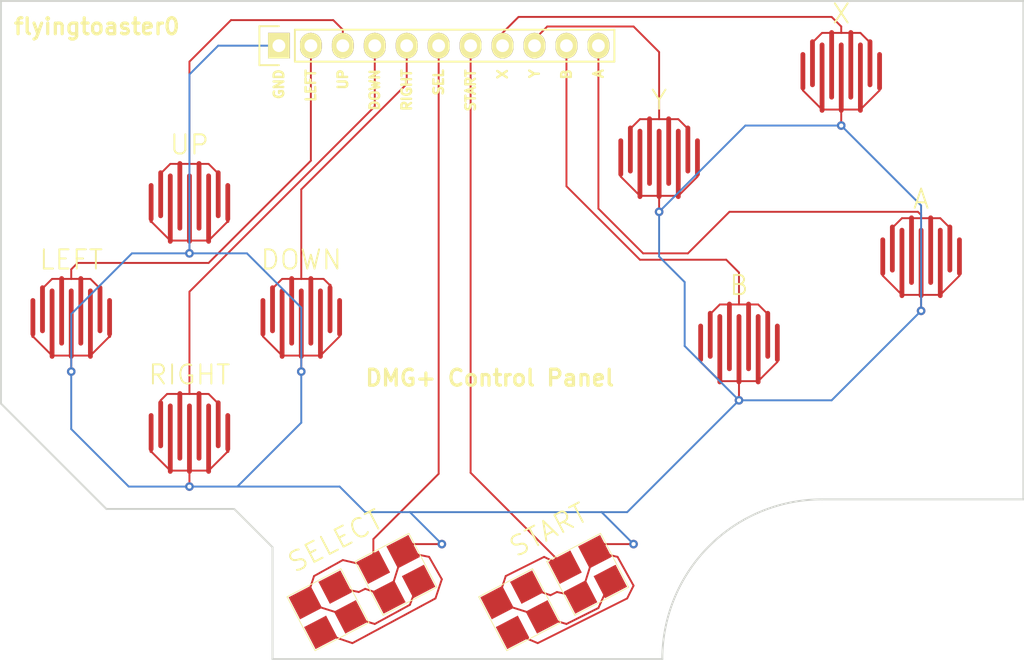
<source format=kicad_pcb>
(kicad_pcb (version 20171130) (host pcbnew "(5.1.12)-1")

  (general
    (thickness 1.6)
    (drawings 23)
    (tracks 228)
    (zones 0)
    (modules 22)
    (nets 12)
  )

  (page A4)
  (layers
    (0 F.Cu signal)
    (31 B.Cu signal)
    (32 B.Adhes user hide)
    (33 F.Adhes user hide)
    (34 B.Paste user hide)
    (35 F.Paste user hide)
    (36 B.SilkS user hide)
    (37 F.SilkS user hide)
    (38 B.Mask user hide)
    (39 F.Mask user hide)
    (40 Dwgs.User user hide)
    (41 Cmts.User user hide)
    (42 Eco1.User user hide)
    (43 Eco2.User user hide)
    (44 Edge.Cuts user)
    (45 Margin user hide)
    (46 B.CrtYd user hide)
    (47 F.CrtYd user hide)
    (48 B.Fab user hide)
    (49 F.Fab user hide)
  )

  (setup
    (last_trace_width 0.1524)
    (trace_clearance 0.1524)
    (zone_clearance 0.508)
    (zone_45_only no)
    (trace_min 0.1524)
    (via_size 0.6858)
    (via_drill 0.3302)
    (via_min_size 0.6858)
    (via_min_drill 0.3302)
    (uvia_size 0.762)
    (uvia_drill 0.508)
    (uvias_allowed no)
    (uvia_min_size 0)
    (uvia_min_drill 0)
    (edge_width 0.15)
    (segment_width 0.15)
    (pcb_text_width 0.3)
    (pcb_text_size 1.5 1.5)
    (mod_edge_width 0.15)
    (mod_text_size 1 1)
    (mod_text_width 0.15)
    (pad_size 2.54 2.54)
    (pad_drill 2.54)
    (pad_to_mask_clearance 0.2)
    (aux_axis_origin 0 0)
    (visible_elements 7FFFFFFF)
    (pcbplotparams
      (layerselection 0x00030_80000001)
      (usegerberextensions false)
      (usegerberattributes true)
      (usegerberadvancedattributes true)
      (creategerberjobfile true)
      (excludeedgelayer true)
      (linewidth 0.100000)
      (plotframeref false)
      (viasonmask false)
      (mode 1)
      (useauxorigin false)
      (hpglpennumber 1)
      (hpglpenspeed 20)
      (hpglpendiameter 15.000000)
      (psnegative false)
      (psa4output false)
      (plotreference true)
      (plotvalue true)
      (plotinvisibletext false)
      (padsonsilk false)
      (subtractmaskfromsilk false)
      (outputformat 1)
      (mirror false)
      (drillshape 1)
      (scaleselection 1)
      (outputdirectory ""))
  )

  (net 0 "")
  (net 1 GND)
  (net 2 "Net-(P1-Pad2)")
  (net 3 "Net-(P1-Pad3)")
  (net 4 "Net-(P1-Pad4)")
  (net 5 "Net-(P1-Pad5)")
  (net 6 "Net-(P1-Pad6)")
  (net 7 "Net-(P1-Pad7)")
  (net 8 "Net-(P1-Pad8)")
  (net 9 "Net-(P1-Pad9)")
  (net 10 "Net-(P1-Pad10)")
  (net 11 "Net-(P1-Pad11)")

  (net_class Default "This is the default net class."
    (clearance 0.1524)
    (trace_width 0.1524)
    (via_dia 0.6858)
    (via_drill 0.3302)
    (uvia_dia 0.762)
    (uvia_drill 0.508)
    (add_net GND)
    (add_net "Net-(P1-Pad10)")
    (add_net "Net-(P1-Pad11)")
    (add_net "Net-(P1-Pad2)")
    (add_net "Net-(P1-Pad3)")
    (add_net "Net-(P1-Pad4)")
    (add_net "Net-(P1-Pad5)")
    (add_net "Net-(P1-Pad6)")
    (add_net "Net-(P1-Pad7)")
    (add_net "Net-(P1-Pad8)")
    (add_net "Net-(P1-Pad9)")
  )

  (net_class Button ""
    (clearance 0.1524)
    (trace_width 0.1524)
    (via_dia 0.6858)
    (via_drill 0.3302)
    (uvia_dia 0.762)
    (uvia_drill 0.508)
  )

  (module MountingHole:1pin (layer F.Cu) (tedit 58613F52) (tstamp 58644BF5)
    (at 194.31 110.49)
    (descr "module 1 pin (ou trou mecanique de percage)")
    (tags DEV)
    (fp_text reference REF** (at 0 -3.048) (layer F.SilkS) hide
      (effects (font (size 1 1) (thickness 0.15)))
    )
    (fp_text value 1pin (at 0 2.794) (layer F.Fab) hide
      (effects (font (size 1 1) (thickness 0.15)))
    )
    (pad "" np_thru_hole circle (at 0 0) (size 4.572 4.572) (drill 4.572) (layers *.Cu *.Mask)
      (zone_connect 0))
  )

  (module MountingHole:1pin (layer F.Cu) (tedit 58613EA3) (tstamp 58644BE2)
    (at 205.486 107.442)
    (descr "module 1 pin (ou trou mecanique de percage)")
    (tags DEV)
    (fp_text reference REF** (at 0 -3.048) (layer F.SilkS) hide
      (effects (font (size 1 1) (thickness 0.15)))
    )
    (fp_text value 1pin (at 0 2.794) (layer F.Fab) hide
      (effects (font (size 1 1) (thickness 0.15)))
    )
    (pad "" np_thru_hole circle (at 0 0) (size 2.54 2.54) (drill 2.54) (layers *.Cu *.Mask)
      (zone_connect 0))
  )

  (module MountingHole:1pin (layer F.Cu) (tedit 58613EA3) (tstamp 58644BBB)
    (at 178.562 98.552)
    (descr "module 1 pin (ou trou mecanique de percage)")
    (tags DEV)
    (fp_text reference REF** (at 0 -3.048) (layer F.SilkS) hide
      (effects (font (size 1 1) (thickness 0.15)))
    )
    (fp_text value 1pin (at 0 2.794) (layer F.Fab) hide
      (effects (font (size 1 1) (thickness 0.15)))
    )
    (pad "" np_thru_hole circle (at 0 0) (size 2.54 2.54) (drill 2.54) (layers *.Cu *.Mask)
      (zone_connect 0))
  )

  (module MountingHole:1pin (layer F.Cu) (tedit 5861BA03) (tstamp 58644BB5)
    (at 205.486 89.662)
    (descr "module 1 pin (ou trou mecanique de percage)")
    (tags DEV)
    (fp_text reference REF** (at 0 -3.048) (layer F.SilkS) hide
      (effects (font (size 1 1) (thickness 0.15)))
    )
    (fp_text value 1pin (at 0 2.794) (layer F.Fab) hide
      (effects (font (size 1 1) (thickness 0.15)))
    )
    (pad "" np_thru_hole circle (at 0 -5.08) (size 2.54 2.54) (drill 2.54) (layers *.Cu *.Mask)
      (zone_connect 0))
  )

  (module MountingHole:1pin (layer F.Cu) (tedit 58613EA3) (tstamp 58644BAF)
    (at 206.756 98.552)
    (descr "module 1 pin (ou trou mecanique de percage)")
    (tags DEV)
    (fp_text reference REF** (at 0 -3.048) (layer F.SilkS) hide
      (effects (font (size 1 1) (thickness 0.15)))
    )
    (fp_text value 1pin (at 0 2.794) (layer F.Fab) hide
      (effects (font (size 1 1) (thickness 0.15)))
    )
    (pad "" np_thru_hole circle (at 0 0) (size 2.54 2.54) (drill 2.54) (layers *.Cu *.Mask)
      (zone_connect 0))
  )

  (module MountingHole:1pin (layer F.Cu) (tedit 58613EA3) (tstamp 58644B82)
    (at 152.146 110.236)
    (descr "module 1 pin (ou trou mecanique de percage)")
    (tags DEV)
    (fp_text reference REF** (at 0 -3.048) (layer F.SilkS) hide
      (effects (font (size 1 1) (thickness 0.15)))
    )
    (fp_text value 1pin (at 0 2.794) (layer F.Fab) hide
      (effects (font (size 1 1) (thickness 0.15)))
    )
    (pad "" np_thru_hole circle (at 0 0) (size 2.54 2.54) (drill 2.54) (layers *.Cu *.Mask)
      (zone_connect 0))
  )

  (module MountingHole:1pin (layer F.Cu) (tedit 58613EA3) (tstamp 58644B7C)
    (at 165.1 117.602)
    (descr "module 1 pin (ou trou mecanique de percage)")
    (tags DEV)
    (fp_text reference REF** (at 0 -3.048) (layer F.SilkS) hide
      (effects (font (size 1 1) (thickness 0.15)))
    )
    (fp_text value 1pin (at 0 2.794) (layer F.Fab) hide
      (effects (font (size 1 1) (thickness 0.15)))
    )
    (pad "" np_thru_hole circle (at 0 0) (size 2.54 2.54) (drill 2.54) (layers *.Cu *.Mask)
      (zone_connect 0))
  )

  (module MountingHole:1pin (layer F.Cu) (tedit 58613EA3) (tstamp 58644B76)
    (at 156.972 112.776)
    (descr "module 1 pin (ou trou mecanique de percage)")
    (tags DEV)
    (fp_text reference REF** (at 0 -3.048) (layer F.SilkS) hide
      (effects (font (size 1 1) (thickness 0.15)))
    )
    (fp_text value 1pin (at 0 2.794) (layer F.Fab) hide
      (effects (font (size 1 1) (thickness 0.15)))
    )
    (pad "" np_thru_hole circle (at 0 0) (size 2.54 2.54) (drill 2.54) (layers *.Cu *.Mask)
      (zone_connect 0))
  )

  (module MountingHole:1pin (layer F.Cu) (tedit 58613EA3) (tstamp 58644B70)
    (at 157.48 90.424)
    (descr "module 1 pin (ou trou mecanique de percage)")
    (tags DEV)
    (fp_text reference REF** (at 0 -3.048) (layer F.SilkS) hide
      (effects (font (size 1 1) (thickness 0.15)))
    )
    (fp_text value 1pin (at 0 2.794) (layer F.Fab) hide
      (effects (font (size 1 1) (thickness 0.15)))
    )
    (pad "" np_thru_hole circle (at 0 0) (size 2.54 2.54) (drill 2.54) (layers *.Cu *.Mask)
      (zone_connect 0))
  )

  (module MountingHole:1pin (layer F.Cu) (tedit 58613EA3) (tstamp 58644B63)
    (at 131.064 89.408)
    (descr "module 1 pin (ou trou mecanique de percage)")
    (tags DEV)
    (fp_text reference REF** (at 0 -3.048) (layer F.SilkS) hide
      (effects (font (size 1 1) (thickness 0.15)))
    )
    (fp_text value 1pin (at 0 2.794) (layer F.Fab) hide
      (effects (font (size 1 1) (thickness 0.15)))
    )
    (pad "" np_thru_hole circle (at 0 0) (size 2.54 2.54) (drill 2.54) (layers *.Cu *.Mask)
      (zone_connect 0))
  )

  (module MountingHole:1pin (layer F.Cu) (tedit 58613EA3) (tstamp 58644AEB)
    (at 129.54 83.82)
    (descr "module 1 pin (ou trou mecanique de percage)")
    (tags DEV)
    (fp_text reference REF** (at 0 -3.048) (layer F.SilkS) hide
      (effects (font (size 1 1) (thickness 0.15)))
    )
    (fp_text value 1pin (at 0 2.794) (layer F.Fab) hide
      (effects (font (size 1 1) (thickness 0.15)))
    )
    (pad "" np_thru_hole circle (at 0 0) (size 2.54 2.54) (drill 2.54) (layers *.Cu *.Mask)
      (zone_connect 0))
  )

  (module Socket_Strips:Socket_Strip_Straight_1x11 (layer F.Cu) (tedit 5861EA5E) (tstamp 5861B1FF)
    (at 149.098 78.232)
    (descr "Through hole socket strip")
    (tags "socket strip")
    (path /5861477A)
    (fp_text reference P1 (at 0 -5.1) (layer F.SilkS) hide
      (effects (font (size 1 1) (thickness 0.15)))
    )
    (fp_text value CONN_01X11 (at 0 -3.1) (layer F.Fab) hide
      (effects (font (size 1 1) (thickness 0.15)))
    )
    (fp_line (start -1.55 -1.55) (end -1.55 1.55) (layer F.SilkS) (width 0.15))
    (fp_line (start 0 -1.55) (end -1.55 -1.55) (layer F.SilkS) (width 0.15))
    (fp_line (start 1.27 1.27) (end 1.27 -1.27) (layer F.SilkS) (width 0.15))
    (fp_line (start -1.55 1.55) (end 0 1.55) (layer F.SilkS) (width 0.15))
    (fp_line (start 26.67 -1.27) (end 1.27 -1.27) (layer F.SilkS) (width 0.15))
    (fp_line (start 26.67 1.27) (end 26.67 -1.27) (layer F.SilkS) (width 0.15))
    (fp_line (start 1.27 1.27) (end 26.67 1.27) (layer F.SilkS) (width 0.15))
    (fp_line (start -1.75 1.75) (end 27.15 1.75) (layer F.CrtYd) (width 0.05))
    (fp_line (start -1.75 -1.75) (end 27.15 -1.75) (layer F.CrtYd) (width 0.05))
    (fp_line (start 27.15 -1.75) (end 27.15 1.75) (layer F.CrtYd) (width 0.05))
    (fp_line (start -1.75 -1.75) (end -1.75 1.75) (layer F.CrtYd) (width 0.05))
    (pad 1 thru_hole rect (at 0 0) (size 1.7272 2.032) (drill 1.016) (layers *.Cu *.Mask F.SilkS)
      (net 1 GND))
    (pad 2 thru_hole oval (at 2.54 0) (size 1.7272 2.032) (drill 1.016) (layers *.Cu *.Mask F.SilkS)
      (net 2 "Net-(P1-Pad2)"))
    (pad 3 thru_hole oval (at 5.08 0) (size 1.7272 2.032) (drill 1.016) (layers *.Cu *.Mask F.SilkS)
      (net 3 "Net-(P1-Pad3)"))
    (pad 4 thru_hole oval (at 7.62 0) (size 1.7272 2.032) (drill 1.016) (layers *.Cu *.Mask F.SilkS)
      (net 4 "Net-(P1-Pad4)"))
    (pad 5 thru_hole oval (at 10.16 0) (size 1.7272 2.032) (drill 1.016) (layers *.Cu *.Mask F.SilkS)
      (net 5 "Net-(P1-Pad5)"))
    (pad 6 thru_hole oval (at 12.7 0) (size 1.7272 2.032) (drill 1.016) (layers *.Cu *.Mask F.SilkS)
      (net 6 "Net-(P1-Pad6)"))
    (pad 7 thru_hole oval (at 15.24 0) (size 1.7272 2.032) (drill 1.016) (layers *.Cu *.Mask F.SilkS)
      (net 7 "Net-(P1-Pad7)"))
    (pad 8 thru_hole oval (at 17.78 0) (size 1.7272 2.032) (drill 1.016) (layers *.Cu *.Mask F.SilkS)
      (net 8 "Net-(P1-Pad8)"))
    (pad 9 thru_hole oval (at 20.32 0) (size 1.7272 2.032) (drill 1.016) (layers *.Cu *.Mask F.SilkS)
      (net 9 "Net-(P1-Pad9)"))
    (pad 10 thru_hole oval (at 22.86 0) (size 1.7272 2.032) (drill 1.016) (layers *.Cu *.Mask F.SilkS)
      (net 10 "Net-(P1-Pad10)"))
    (pad 11 thru_hole oval (at 25.4 0) (size 1.7272 2.032) (drill 1.016) (layers *.Cu *.Mask F.SilkS)
      (net 11 "Net-(P1-Pad11)"))
    (model Socket_Strips.3dshapes/Socket_Strip_Straight_1x11.wrl
      (offset (xyz 12.69999980926514 0 0))
      (scale (xyz 1 1 1))
      (rotate (xyz 0 0 180))
    )
  )

  (module GameBoy:GameBoy-DMG-BTN (layer F.Cu) (tedit 5861D5F6) (tstamp 5861B237)
    (at 141.986 90.678)
    (path /58614320)
    (attr smd)
    (fp_text reference SW2 (at 0.635 -4.445) (layer F.SilkS) hide
      (effects (font (size 1.27 1.27) (thickness 0.1016)))
    )
    (fp_text value UP (at 0 -4.572) (layer F.SilkS)
      (effects (font (size 1.524 1.524) (thickness 0.15)))
    )
    (pad 2 connect oval (at 2.286 -2.286) (size 0.381 3.81) (drill (offset 0 1.651)) (layers F.Cu F.Mask)
      (net 3 "Net-(P1-Pad3)"))
    (pad 2 connect oval (at -0.762 -3.048) (size 0.381 5.5245) (drill (offset 0 2.54)) (layers F.Cu F.Mask)
      (net 3 "Net-(P1-Pad3)"))
    (pad 1 connect oval (at -3.048 1.27) (size 0.381 3.048) (drill (offset 0 -1.27)) (layers F.Cu F.Mask)
      (net 1 GND))
    (pad 1 connect oval (at -1.524 3.048) (size 0.381 5.588) (drill (offset 0 -2.54)) (layers F.Cu F.Mask)
      (net 1 GND))
    (pad 1 connect oval (at 3.048 1.27) (size 0.381 3.048) (drill (offset 0 -1.27)) (layers F.Cu F.Mask)
      (net 1 GND))
    (pad 1 connect oval (at 1.524 3.048) (size 0.381 5.588) (drill (offset 0 -2.54)) (layers F.Cu F.Mask)
      (net 1 GND))
    (pad 1 connect oval (at 0 3.048) (size 0.381 5.588) (drill (offset 0 -2.54)) (layers F.Cu F.Mask)
      (net 1 GND))
    (pad 2 connect oval (at 0.762 -3.048) (size 0.381 5.5245) (drill (offset 0 2.54)) (layers F.Cu F.Mask)
      (net 3 "Net-(P1-Pad3)"))
    (pad 2 connect oval (at -2.286 -2.286) (size 0.381 3.81) (drill (offset 0 1.651)) (layers F.Cu F.Mask)
      (net 3 "Net-(P1-Pad3)"))
  )

  (module GameBoy:GameBoy-DMG-BTN (layer F.Cu) (tedit 5861D5F6) (tstamp 5861B21B)
    (at 132.588 99.822)
    (path /586143B6)
    (attr smd)
    (fp_text reference SW1 (at 0.635 -4.445) (layer F.SilkS) hide
      (effects (font (size 1.27 1.27) (thickness 0.1016)))
    )
    (fp_text value LEFT (at 0 -4.572) (layer F.SilkS)
      (effects (font (size 1.524 1.524) (thickness 0.15)))
    )
    (pad 2 connect oval (at 2.286 -2.286) (size 0.381 3.81) (drill (offset 0 1.651)) (layers F.Cu F.Mask)
      (net 2 "Net-(P1-Pad2)"))
    (pad 2 connect oval (at -0.762 -3.048) (size 0.381 5.5245) (drill (offset 0 2.54)) (layers F.Cu F.Mask)
      (net 2 "Net-(P1-Pad2)"))
    (pad 1 connect oval (at -3.048 1.27) (size 0.381 3.048) (drill (offset 0 -1.27)) (layers F.Cu F.Mask)
      (net 1 GND))
    (pad 1 connect oval (at -1.524 3.048) (size 0.381 5.588) (drill (offset 0 -2.54)) (layers F.Cu F.Mask)
      (net 1 GND))
    (pad 1 connect oval (at 3.048 1.27) (size 0.381 3.048) (drill (offset 0 -1.27)) (layers F.Cu F.Mask)
      (net 1 GND))
    (pad 1 connect oval (at 1.524 3.048) (size 0.381 5.588) (drill (offset 0 -2.54)) (layers F.Cu F.Mask)
      (net 1 GND))
    (pad 1 connect oval (at 0 3.048) (size 0.381 5.588) (drill (offset 0 -2.54)) (layers F.Cu F.Mask)
      (net 1 GND))
    (pad 2 connect oval (at 0.762 -3.048) (size 0.381 5.5245) (drill (offset 0 2.54)) (layers F.Cu F.Mask)
      (net 2 "Net-(P1-Pad2)"))
    (pad 2 connect oval (at -2.286 -2.286) (size 0.381 3.81) (drill (offset 0 1.651)) (layers F.Cu F.Mask)
      (net 2 "Net-(P1-Pad2)"))
  )

  (module GameBoy:GameBoy-DMG-BTN (layer F.Cu) (tedit 5861D5F6) (tstamp 5861B253)
    (at 150.876 99.822)
    (path /58614485)
    (attr smd)
    (fp_text reference SW3 (at 0.635 -4.445) (layer F.SilkS) hide
      (effects (font (size 1.27 1.27) (thickness 0.1016)))
    )
    (fp_text value DOWN (at 0 -4.572) (layer F.SilkS)
      (effects (font (size 1.524 1.524) (thickness 0.15)))
    )
    (pad 2 connect oval (at 2.286 -2.286) (size 0.381 3.81) (drill (offset 0 1.651)) (layers F.Cu F.Mask)
      (net 5 "Net-(P1-Pad5)"))
    (pad 2 connect oval (at -0.762 -3.048) (size 0.381 5.5245) (drill (offset 0 2.54)) (layers F.Cu F.Mask)
      (net 5 "Net-(P1-Pad5)"))
    (pad 1 connect oval (at -3.048 1.27) (size 0.381 3.048) (drill (offset 0 -1.27)) (layers F.Cu F.Mask)
      (net 1 GND))
    (pad 1 connect oval (at -1.524 3.048) (size 0.381 5.588) (drill (offset 0 -2.54)) (layers F.Cu F.Mask)
      (net 1 GND))
    (pad 1 connect oval (at 3.048 1.27) (size 0.381 3.048) (drill (offset 0 -1.27)) (layers F.Cu F.Mask)
      (net 1 GND))
    (pad 1 connect oval (at 1.524 3.048) (size 0.381 5.588) (drill (offset 0 -2.54)) (layers F.Cu F.Mask)
      (net 1 GND))
    (pad 1 connect oval (at 0 3.048) (size 0.381 5.588) (drill (offset 0 -2.54)) (layers F.Cu F.Mask)
      (net 1 GND))
    (pad 2 connect oval (at 0.762 -3.048) (size 0.381 5.5245) (drill (offset 0 2.54)) (layers F.Cu F.Mask)
      (net 5 "Net-(P1-Pad5)"))
    (pad 2 connect oval (at -2.286 -2.286) (size 0.381 3.81) (drill (offset 0 1.651)) (layers F.Cu F.Mask)
      (net 5 "Net-(P1-Pad5)"))
  )

  (module GameBoy:GameBoy-DMG-BTN (layer F.Cu) (tedit 5861D5F6) (tstamp 5861B26F)
    (at 141.986 108.966)
    (path /58614398)
    (attr smd)
    (fp_text reference SW4 (at 0.635 -4.445) (layer F.SilkS) hide
      (effects (font (size 1.27 1.27) (thickness 0.1016)))
    )
    (fp_text value RIGHT (at 0 -4.572) (layer F.SilkS)
      (effects (font (size 1.524 1.524) (thickness 0.15)))
    )
    (pad 2 connect oval (at 2.286 -2.286) (size 0.381 3.81) (drill (offset 0 1.651)) (layers F.Cu F.Mask)
      (net 4 "Net-(P1-Pad4)"))
    (pad 2 connect oval (at -0.762 -3.048) (size 0.381 5.5245) (drill (offset 0 2.54)) (layers F.Cu F.Mask)
      (net 4 "Net-(P1-Pad4)"))
    (pad 1 connect oval (at -3.048 1.27) (size 0.381 3.048) (drill (offset 0 -1.27)) (layers F.Cu F.Mask)
      (net 1 GND))
    (pad 1 connect oval (at -1.524 3.048) (size 0.381 5.588) (drill (offset 0 -2.54)) (layers F.Cu F.Mask)
      (net 1 GND))
    (pad 1 connect oval (at 3.048 1.27) (size 0.381 3.048) (drill (offset 0 -1.27)) (layers F.Cu F.Mask)
      (net 1 GND))
    (pad 1 connect oval (at 1.524 3.048) (size 0.381 5.588) (drill (offset 0 -2.54)) (layers F.Cu F.Mask)
      (net 1 GND))
    (pad 1 connect oval (at 0 3.048) (size 0.381 5.588) (drill (offset 0 -2.54)) (layers F.Cu F.Mask)
      (net 1 GND))
    (pad 2 connect oval (at 0.762 -3.048) (size 0.381 5.5245) (drill (offset 0 2.54)) (layers F.Cu F.Mask)
      (net 4 "Net-(P1-Pad4)"))
    (pad 2 connect oval (at -2.286 -2.286) (size 0.381 3.81) (drill (offset 0 1.651)) (layers F.Cu F.Mask)
      (net 4 "Net-(P1-Pad4)"))
  )

  (module GameBoy:GameBoy-DMG-BTN (layer F.Cu) (tedit 5861D5F6) (tstamp 5861B313)
    (at 193.802 80.264)
    (path /586145D4)
    (attr smd)
    (fp_text reference SW7 (at 0.635 -4.445) (layer F.SilkS) hide
      (effects (font (size 1.27 1.27) (thickness 0.1016)))
    )
    (fp_text value X (at 0 -4.572) (layer F.SilkS)
      (effects (font (size 1.524 1.524) (thickness 0.15)))
    )
    (pad 2 connect oval (at 2.286 -2.286) (size 0.381 3.81) (drill (offset 0 1.651)) (layers F.Cu F.Mask)
      (net 8 "Net-(P1-Pad8)"))
    (pad 2 connect oval (at -0.762 -3.048) (size 0.381 5.5245) (drill (offset 0 2.54)) (layers F.Cu F.Mask)
      (net 8 "Net-(P1-Pad8)"))
    (pad 1 connect oval (at -3.048 1.27) (size 0.381 3.048) (drill (offset 0 -1.27)) (layers F.Cu F.Mask)
      (net 1 GND))
    (pad 1 connect oval (at -1.524 3.048) (size 0.381 5.588) (drill (offset 0 -2.54)) (layers F.Cu F.Mask)
      (net 1 GND))
    (pad 1 connect oval (at 3.048 1.27) (size 0.381 3.048) (drill (offset 0 -1.27)) (layers F.Cu F.Mask)
      (net 1 GND))
    (pad 1 connect oval (at 1.524 3.048) (size 0.381 5.588) (drill (offset 0 -2.54)) (layers F.Cu F.Mask)
      (net 1 GND))
    (pad 1 connect oval (at 0 3.048) (size 0.381 5.588) (drill (offset 0 -2.54)) (layers F.Cu F.Mask)
      (net 1 GND))
    (pad 2 connect oval (at 0.762 -3.048) (size 0.381 5.5245) (drill (offset 0 2.54)) (layers F.Cu F.Mask)
      (net 8 "Net-(P1-Pad8)"))
    (pad 2 connect oval (at -2.286 -2.286) (size 0.381 3.81) (drill (offset 0 1.651)) (layers F.Cu F.Mask)
      (net 8 "Net-(P1-Pad8)"))
  )

  (module GameBoy:GameBoy-DMG-BTN (layer F.Cu) (tedit 5861D5F6) (tstamp 5861B32F)
    (at 179.324 87.122)
    (path /5861462D)
    (attr smd)
    (fp_text reference SW8 (at 0.635 -4.445) (layer F.SilkS) hide
      (effects (font (size 1.27 1.27) (thickness 0.1016)))
    )
    (fp_text value Y (at 0 -4.572) (layer F.SilkS)
      (effects (font (size 1.524 1.524) (thickness 0.15)))
    )
    (pad 2 connect oval (at 2.286 -2.286) (size 0.381 3.81) (drill (offset 0 1.651)) (layers F.Cu F.Mask)
      (net 9 "Net-(P1-Pad9)"))
    (pad 2 connect oval (at -0.762 -3.048) (size 0.381 5.5245) (drill (offset 0 2.54)) (layers F.Cu F.Mask)
      (net 9 "Net-(P1-Pad9)"))
    (pad 1 connect oval (at -3.048 1.27) (size 0.381 3.048) (drill (offset 0 -1.27)) (layers F.Cu F.Mask)
      (net 1 GND))
    (pad 1 connect oval (at -1.524 3.048) (size 0.381 5.588) (drill (offset 0 -2.54)) (layers F.Cu F.Mask)
      (net 1 GND))
    (pad 1 connect oval (at 3.048 1.27) (size 0.381 3.048) (drill (offset 0 -1.27)) (layers F.Cu F.Mask)
      (net 1 GND))
    (pad 1 connect oval (at 1.524 3.048) (size 0.381 5.588) (drill (offset 0 -2.54)) (layers F.Cu F.Mask)
      (net 1 GND))
    (pad 1 connect oval (at 0 3.048) (size 0.381 5.588) (drill (offset 0 -2.54)) (layers F.Cu F.Mask)
      (net 1 GND))
    (pad 2 connect oval (at 0.762 -3.048) (size 0.381 5.5245) (drill (offset 0 2.54)) (layers F.Cu F.Mask)
      (net 9 "Net-(P1-Pad9)"))
    (pad 2 connect oval (at -2.286 -2.286) (size 0.381 3.81) (drill (offset 0 1.651)) (layers F.Cu F.Mask)
      (net 9 "Net-(P1-Pad9)"))
  )

  (module GameBoy:GameBoy-DMG-BTN (layer F.Cu) (tedit 5861D5F6) (tstamp 5861B34B)
    (at 185.674 101.854)
    (path /58614697)
    (attr smd)
    (fp_text reference SW9 (at 0.635 -4.445) (layer F.SilkS) hide
      (effects (font (size 1.27 1.27) (thickness 0.1016)))
    )
    (fp_text value B (at 0 -4.572) (layer F.SilkS)
      (effects (font (size 1.524 1.524) (thickness 0.15)))
    )
    (pad 2 connect oval (at 2.286 -2.286) (size 0.381 3.81) (drill (offset 0 1.651)) (layers F.Cu F.Mask)
      (net 10 "Net-(P1-Pad10)"))
    (pad 2 connect oval (at -0.762 -3.048) (size 0.381 5.5245) (drill (offset 0 2.54)) (layers F.Cu F.Mask)
      (net 10 "Net-(P1-Pad10)"))
    (pad 1 connect oval (at -3.048 1.27) (size 0.381 3.048) (drill (offset 0 -1.27)) (layers F.Cu F.Mask)
      (net 1 GND))
    (pad 1 connect oval (at -1.524 3.048) (size 0.381 5.588) (drill (offset 0 -2.54)) (layers F.Cu F.Mask)
      (net 1 GND))
    (pad 1 connect oval (at 3.048 1.27) (size 0.381 3.048) (drill (offset 0 -1.27)) (layers F.Cu F.Mask)
      (net 1 GND))
    (pad 1 connect oval (at 1.524 3.048) (size 0.381 5.588) (drill (offset 0 -2.54)) (layers F.Cu F.Mask)
      (net 1 GND))
    (pad 1 connect oval (at 0 3.048) (size 0.381 5.588) (drill (offset 0 -2.54)) (layers F.Cu F.Mask)
      (net 1 GND))
    (pad 2 connect oval (at 0.762 -3.048) (size 0.381 5.5245) (drill (offset 0 2.54)) (layers F.Cu F.Mask)
      (net 10 "Net-(P1-Pad10)"))
    (pad 2 connect oval (at -2.286 -2.286) (size 0.381 3.81) (drill (offset 0 1.651)) (layers F.Cu F.Mask)
      (net 10 "Net-(P1-Pad10)"))
  )

  (module GameBoy:GameBoy-DMG-BTN (layer F.Cu) (tedit 5861D5F6) (tstamp 5861B367)
    (at 200.152 94.996)
    (path /586146F0)
    (attr smd)
    (fp_text reference SW10 (at 0.635 -4.445) (layer F.SilkS) hide
      (effects (font (size 1.27 1.27) (thickness 0.1016)))
    )
    (fp_text value A (at 0 -4.572) (layer F.SilkS)
      (effects (font (size 1.524 1.524) (thickness 0.15)))
    )
    (pad 2 connect oval (at 2.286 -2.286) (size 0.381 3.81) (drill (offset 0 1.651)) (layers F.Cu F.Mask)
      (net 11 "Net-(P1-Pad11)"))
    (pad 2 connect oval (at -0.762 -3.048) (size 0.381 5.5245) (drill (offset 0 2.54)) (layers F.Cu F.Mask)
      (net 11 "Net-(P1-Pad11)"))
    (pad 1 connect oval (at -3.048 1.27) (size 0.381 3.048) (drill (offset 0 -1.27)) (layers F.Cu F.Mask)
      (net 1 GND))
    (pad 1 connect oval (at -1.524 3.048) (size 0.381 5.588) (drill (offset 0 -2.54)) (layers F.Cu F.Mask)
      (net 1 GND))
    (pad 1 connect oval (at 3.048 1.27) (size 0.381 3.048) (drill (offset 0 -1.27)) (layers F.Cu F.Mask)
      (net 1 GND))
    (pad 1 connect oval (at 1.524 3.048) (size 0.381 5.588) (drill (offset 0 -2.54)) (layers F.Cu F.Mask)
      (net 1 GND))
    (pad 1 connect oval (at 0 3.048) (size 0.381 5.588) (drill (offset 0 -2.54)) (layers F.Cu F.Mask)
      (net 1 GND))
    (pad 2 connect oval (at 0.762 -3.048) (size 0.381 5.5245) (drill (offset 0 2.54)) (layers F.Cu F.Mask)
      (net 11 "Net-(P1-Pad11)"))
    (pad 2 connect oval (at -2.286 -2.286) (size 0.381 3.81) (drill (offset 0 1.651)) (layers F.Cu F.Mask)
      (net 11 "Net-(P1-Pad11)"))
  )

  (module GameBoy:GameBoy-DMG-START-SEL (layer F.Cu) (tedit 5861F356) (tstamp 5861B2B6)
    (at 155.702 121.666 27.5)
    (path /5861454E)
    (attr smd)
    (fp_text reference SW5 (at -0.635 -4.445 27.5) (layer F.SilkS) hide
      (effects (font (size 1.27 1.27) (thickness 0.1016)))
    )
    (fp_text value SELECT (at 0 -4.572 27.5) (layer F.SilkS)
      (effects (font (size 1.524 1.524) (thickness 0.15)))
    )
    (fp_line (start 0.635 2.413) (end 0.635 -2.413) (layer F.SilkS) (width 0.06604))
    (fp_line (start 0.635 -2.413) (end 5.461 -2.413) (layer F.SilkS) (width 0.06604))
    (fp_line (start 5.461 2.413) (end 5.461 -2.413) (layer F.SilkS) (width 0.06604))
    (fp_line (start 0.635 2.413) (end 5.461 2.413) (layer F.SilkS) (width 0.06604))
    (fp_line (start -5.461 2.413) (end -5.461 -2.413) (layer F.SilkS) (width 0.06604))
    (fp_line (start -5.461 -2.413) (end -0.635 -2.413) (layer F.SilkS) (width 0.06604))
    (fp_line (start -0.635 2.413) (end -0.635 -2.413) (layer F.SilkS) (width 0.06604))
    (fp_line (start -5.461 2.413) (end -0.635 2.413) (layer F.SilkS) (width 0.06604))
    (fp_line (start 0.762 2.286) (end 0.762 0.381) (layer F.Cu) (width 0.06604))
    (fp_line (start 0.762 0.381) (end 2.667 0.381) (layer F.Cu) (width 0.06604))
    (fp_line (start 2.667 2.286) (end 2.667 0.381) (layer F.Cu) (width 0.06604))
    (fp_line (start 0.762 2.286) (end 2.667 2.286) (layer F.Cu) (width 0.06604))
    (fp_line (start 3.429 2.286) (end 3.429 0.381) (layer F.Cu) (width 0.06604))
    (fp_line (start 3.429 0.381) (end 5.334 0.381) (layer F.Cu) (width 0.06604))
    (fp_line (start 5.334 2.286) (end 5.334 0.381) (layer F.Cu) (width 0.06604))
    (fp_line (start 3.429 2.286) (end 5.334 2.286) (layer F.Cu) (width 0.06604))
    (fp_line (start 3.429 -0.381) (end 3.429 -2.286) (layer F.Cu) (width 0.06604))
    (fp_line (start 3.429 -2.286) (end 5.334 -2.286) (layer F.Cu) (width 0.06604))
    (fp_line (start 5.334 -0.381) (end 5.334 -2.286) (layer F.Cu) (width 0.06604))
    (fp_line (start 3.429 -0.381) (end 5.334 -0.381) (layer F.Cu) (width 0.06604))
    (fp_line (start 0.762 -0.381) (end 0.762 -2.286) (layer F.Cu) (width 0.06604))
    (fp_line (start 0.762 -2.286) (end 2.667 -2.286) (layer F.Cu) (width 0.06604))
    (fp_line (start 2.667 -0.381) (end 2.667 -2.286) (layer F.Cu) (width 0.06604))
    (fp_line (start 0.762 -0.381) (end 2.667 -0.381) (layer F.Cu) (width 0.06604))
    (fp_line (start -2.667 -0.381) (end -2.667 -2.286) (layer F.Cu) (width 0.06604))
    (fp_line (start -2.667 -2.286) (end -0.762 -2.286) (layer F.Cu) (width 0.06604))
    (fp_line (start -0.762 -0.381) (end -0.762 -2.286) (layer F.Cu) (width 0.06604))
    (fp_line (start -2.667 -0.381) (end -0.762 -0.381) (layer F.Cu) (width 0.06604))
    (fp_line (start -2.667 2.286) (end -2.667 0.381) (layer F.Cu) (width 0.06604))
    (fp_line (start -2.667 0.381) (end -0.762 0.381) (layer F.Cu) (width 0.06604))
    (fp_line (start -0.762 2.286) (end -0.762 0.381) (layer F.Cu) (width 0.06604))
    (fp_line (start -2.667 2.286) (end -0.762 2.286) (layer F.Cu) (width 0.06604))
    (fp_line (start -5.334 2.286) (end -5.334 0.381) (layer F.Cu) (width 0.06604))
    (fp_line (start -5.334 0.381) (end -3.429 0.381) (layer F.Cu) (width 0.06604))
    (fp_line (start -3.429 2.286) (end -3.429 0.381) (layer F.Cu) (width 0.06604))
    (fp_line (start -5.334 2.286) (end -3.429 2.286) (layer F.Cu) (width 0.06604))
    (fp_line (start -5.334 -0.381) (end -5.334 -2.286) (layer F.Cu) (width 0.06604))
    (fp_line (start -5.334 -2.286) (end -3.429 -2.286) (layer F.Cu) (width 0.06604))
    (fp_line (start -3.429 -0.381) (end -3.429 -2.286) (layer F.Cu) (width 0.06604))
    (fp_line (start -5.334 -0.381) (end -3.429 -0.381) (layer F.Cu) (width 0.06604))
    (pad 1 connect rect (at -4.3815 1.3335 27.5) (size 1.905 1.905) (layers F.Cu F.Mask)
      (net 1 GND))
    (pad 1 connect rect (at 1.7145 1.3335 27.5) (size 1.905 1.905) (layers F.Cu F.Mask)
      (net 1 GND))
    (pad 1 connect rect (at -1.71704 -1.3335 27.5) (size 1.905 1.905) (layers F.Cu F.Mask)
      (net 1 GND))
    (pad 2 connect rect (at 4.3815 1.3335 27.5) (size 1.905 1.905) (layers F.Cu F.Mask)
      (net 6 "Net-(P1-Pad6)"))
    (pad 2 connect rect (at -1.7145 1.3335 27.5) (size 1.905 1.905) (layers F.Cu F.Mask)
      (net 6 "Net-(P1-Pad6)"))
    (pad 2 connect rect (at -4.3815 -1.3335 27.5) (size 1.905 1.905) (layers F.Cu F.Mask)
      (net 6 "Net-(P1-Pad6)"))
    (pad 2 connect rect (at 1.7145 -1.3335 27.5) (size 1.905 1.905) (layers F.Cu F.Mask)
      (net 6 "Net-(P1-Pad6)"))
    (pad 1 connect rect (at 4.37896 -1.3335 27.5) (size 1.905 1.905) (layers F.Cu F.Mask)
      (net 1 GND))
  )

  (module GameBoy:GameBoy-DMG-START-SEL (layer F.Cu) (tedit 5861F857) (tstamp 5861B2F7)
    (at 170.942 121.666 27.5)
    (path /58614590)
    (attr smd)
    (fp_text reference SW6 (at -0.635 -4.445 27.5) (layer F.SilkS) hide
      (effects (font (size 1.27 1.27) (thickness 0.1016)))
    )
    (fp_text value START (at 1.905 -4.572 27.5) (layer F.SilkS)
      (effects (font (size 1.524 1.524) (thickness 0.15)))
    )
    (fp_line (start 0.635 2.413) (end 0.635 -2.413) (layer F.SilkS) (width 0.06604))
    (fp_line (start 0.635 -2.413) (end 5.461 -2.413) (layer F.SilkS) (width 0.06604))
    (fp_line (start 5.461 2.413) (end 5.461 -2.413) (layer F.SilkS) (width 0.06604))
    (fp_line (start 0.635 2.413) (end 5.461 2.413) (layer F.SilkS) (width 0.06604))
    (fp_line (start -5.461 2.413) (end -5.461 -2.413) (layer F.SilkS) (width 0.06604))
    (fp_line (start -5.461 -2.413) (end -0.635 -2.413) (layer F.SilkS) (width 0.06604))
    (fp_line (start -0.635 2.413) (end -0.635 -2.413) (layer F.SilkS) (width 0.06604))
    (fp_line (start -5.461 2.413) (end -0.635 2.413) (layer F.SilkS) (width 0.06604))
    (fp_line (start 0.762 2.286) (end 0.762 0.381) (layer F.Cu) (width 0.06604))
    (fp_line (start 0.762 0.381) (end 2.667 0.381) (layer F.Cu) (width 0.06604))
    (fp_line (start 2.667 2.286) (end 2.667 0.381) (layer F.Cu) (width 0.06604))
    (fp_line (start 0.762 2.286) (end 2.667 2.286) (layer F.Cu) (width 0.06604))
    (fp_line (start 3.429 2.286) (end 3.429 0.381) (layer F.Cu) (width 0.06604))
    (fp_line (start 3.429 0.381) (end 5.334 0.381) (layer F.Cu) (width 0.06604))
    (fp_line (start 5.334 2.286) (end 5.334 0.381) (layer F.Cu) (width 0.06604))
    (fp_line (start 3.429 2.286) (end 5.334 2.286) (layer F.Cu) (width 0.06604))
    (fp_line (start 3.429 -0.381) (end 3.429 -2.286) (layer F.Cu) (width 0.06604))
    (fp_line (start 3.429 -2.286) (end 5.334 -2.286) (layer F.Cu) (width 0.06604))
    (fp_line (start 5.334 -0.381) (end 5.334 -2.286) (layer F.Cu) (width 0.06604))
    (fp_line (start 3.429 -0.381) (end 5.334 -0.381) (layer F.Cu) (width 0.06604))
    (fp_line (start 0.762 -0.381) (end 0.762 -2.286) (layer F.Cu) (width 0.06604))
    (fp_line (start 0.762 -2.286) (end 2.667 -2.286) (layer F.Cu) (width 0.06604))
    (fp_line (start 2.667 -0.381) (end 2.667 -2.286) (layer F.Cu) (width 0.06604))
    (fp_line (start 0.762 -0.381) (end 2.667 -0.381) (layer F.Cu) (width 0.06604))
    (fp_line (start -2.667 -0.381) (end -2.667 -2.286) (layer F.Cu) (width 0.06604))
    (fp_line (start -2.667 -2.286) (end -0.762 -2.286) (layer F.Cu) (width 0.06604))
    (fp_line (start -0.762 -0.381) (end -0.762 -2.286) (layer F.Cu) (width 0.06604))
    (fp_line (start -2.667 -0.381) (end -0.762 -0.381) (layer F.Cu) (width 0.06604))
    (fp_line (start -2.667 2.286) (end -2.667 0.381) (layer F.Cu) (width 0.06604))
    (fp_line (start -2.667 0.381) (end -0.762 0.381) (layer F.Cu) (width 0.06604))
    (fp_line (start -0.762 2.286) (end -0.762 0.381) (layer F.Cu) (width 0.06604))
    (fp_line (start -2.667 2.286) (end -0.762 2.286) (layer F.Cu) (width 0.06604))
    (fp_line (start -5.334 2.286) (end -5.334 0.381) (layer F.Cu) (width 0.06604))
    (fp_line (start -5.334 0.381) (end -3.429 0.381) (layer F.Cu) (width 0.06604))
    (fp_line (start -3.429 2.286) (end -3.429 0.381) (layer F.Cu) (width 0.06604))
    (fp_line (start -5.334 2.286) (end -3.429 2.286) (layer F.Cu) (width 0.06604))
    (fp_line (start -5.334 -0.381) (end -5.334 -2.286) (layer F.Cu) (width 0.06604))
    (fp_line (start -5.334 -2.286) (end -3.429 -2.286) (layer F.Cu) (width 0.06604))
    (fp_line (start -3.429 -0.381) (end -3.429 -2.286) (layer F.Cu) (width 0.06604))
    (fp_line (start -5.334 -0.381) (end -3.429 -0.381) (layer F.Cu) (width 0.06604))
    (pad 1 connect rect (at -4.3815 1.3335 27.5) (size 1.905 1.905) (layers F.Cu F.Mask)
      (net 1 GND))
    (pad 1 connect rect (at 1.7145 1.3335 27.5) (size 1.905 1.905) (layers F.Cu F.Mask)
      (net 1 GND))
    (pad 1 connect rect (at -1.71704 -1.3335 27.5) (size 1.905 1.905) (layers F.Cu F.Mask)
      (net 1 GND))
    (pad 2 connect rect (at 4.3815 1.3335 27.5) (size 1.905 1.905) (layers F.Cu F.Mask)
      (net 7 "Net-(P1-Pad7)"))
    (pad 2 connect rect (at -1.7145 1.3335 27.5) (size 1.905 1.905) (layers F.Cu F.Mask)
      (net 7 "Net-(P1-Pad7)"))
    (pad 2 connect rect (at -4.3815 -1.3335 27.5) (size 1.905 1.905) (layers F.Cu F.Mask)
      (net 7 "Net-(P1-Pad7)"))
    (pad 2 connect rect (at 1.7145 -1.3335 27.5) (size 1.905 1.905) (layers F.Cu F.Mask)
      (net 7 "Net-(P1-Pad7)"))
    (pad 1 connect rect (at 4.37896 -1.3335 27.5) (size 1.905 1.905) (layers F.Cu F.Mask)
      (net 1 GND))
  )

  (gr_text "DMG+ Control Panel" (at 165.862 104.648) (layer F.SilkS)
    (effects (font (size 1.27 1.27) (thickness 0.254)))
  )
  (gr_text flyingtoaster0 (at 134.62 76.708) (layer F.SilkS)
    (effects (font (size 1.27 1.27) (thickness 0.254)))
  )
  (gr_text A (at 174.498 80.01 90) (layer F.SilkS)
    (effects (font (size 0.762 0.762) (thickness 0.1905)) (justify right))
  )
  (gr_text B (at 171.958 80.01 90) (layer F.SilkS)
    (effects (font (size 0.762 0.762) (thickness 0.1905)) (justify right))
  )
  (gr_text Y (at 169.418 80.01 90) (layer F.SilkS)
    (effects (font (size 0.762 0.762) (thickness 0.1905)) (justify right))
  )
  (gr_text X (at 166.878 80.01 90) (layer F.SilkS)
    (effects (font (size 0.762 0.762) (thickness 0.1905)) (justify right))
  )
  (gr_text START (at 164.338 80.01 90) (layer F.SilkS)
    (effects (font (size 0.762 0.762) (thickness 0.1905)) (justify right))
  )
  (gr_text SEL (at 161.798 80.01 90) (layer F.SilkS)
    (effects (font (size 0.762 0.762) (thickness 0.1905)) (justify right))
  )
  (gr_text RIGHT (at 159.258 80.01 90) (layer F.SilkS)
    (effects (font (size 0.762 0.762) (thickness 0.1905)) (justify right))
  )
  (gr_text DOWN (at 156.718 80.01 90) (layer F.SilkS)
    (effects (font (size 0.762 0.762) (thickness 0.1905)) (justify right))
  )
  (gr_text LEFT (at 151.638 80.01 90) (layer F.SilkS) (tstamp 58621830)
    (effects (font (size 0.762 0.762) (thickness 0.1905)) (justify right))
  )
  (gr_text UP (at 154.178 80.01 90) (layer F.SilkS) (tstamp 58621824)
    (effects (font (size 0.762 0.762) (thickness 0.1905)) (justify right))
  )
  (gr_text GND (at 149.098 80.01 90) (layer F.SilkS)
    (effects (font (size 0.762 0.762) (thickness 0.1905)) (justify right))
  )
  (gr_arc (start 192.278 127) (end 179.578 127) (angle 90) (layer Edge.Cuts) (width 0.15))
  (gr_line (start 208.28 114.3) (end 192.278 114.3) (angle 90) (layer Edge.Cuts) (width 0.15))
  (gr_line (start 208.28 74.676) (end 208.28 114.3) (angle 90) (layer Edge.Cuts) (width 0.15))
  (gr_line (start 127 74.676) (end 208.28 74.676) (angle 90) (layer Edge.Cuts) (width 0.15))
  (gr_line (start 127 106.68) (end 127 74.676) (angle 90) (layer Edge.Cuts) (width 0.15))
  (gr_line (start 135.382 115.062) (end 127 106.68) (angle 90) (layer Edge.Cuts) (width 0.15))
  (gr_line (start 145.542 115.062) (end 135.382 115.062) (angle 90) (layer Edge.Cuts) (width 0.15))
  (gr_line (start 148.59 118.11) (end 145.542 115.062) (angle 90) (layer Edge.Cuts) (width 0.15))
  (gr_line (start 148.59 127) (end 148.59 118.11) (angle 90) (layer Edge.Cuts) (width 0.15))
  (gr_line (start 148.59 127) (end 179.578 127) (angle 90) (layer Edge.Cuts) (width 0.15))

  (segment (start 141.986 94.742) (end 141.986 80.518) (width 0.1524) (layer B.Cu) (net 1))
  (segment (start 144.272 78.232) (end 149.098 78.232) (width 0.1524) (layer B.Cu) (net 1) (tstamp 5861F621) (status 800000))
  (segment (start 141.986 80.518) (end 144.272 78.232) (width 0.1524) (layer B.Cu) (net 1) (tstamp 5861F61A))
  (segment (start 174.752 115.316) (end 176.784 115.316) (width 0.1524) (layer B.Cu) (net 1))
  (segment (start 176.784 115.316) (end 185.674 106.426) (width 0.1524) (layer B.Cu) (net 1) (tstamp 5861F5FB))
  (segment (start 159.512 115.316) (end 162.052 117.856) (width 0.1524) (layer B.Cu) (net 1))
  (via (at 162.052 117.856) (size 0.6858) (drill 0.3302) (layers F.Cu B.Cu) (net 1))
  (segment (start 162.052 117.856) (end 159.575635 117.856) (width 0.1524) (layer F.Cu) (net 1) (tstamp 5861F4BC))
  (segment (start 177.292 117.856) (end 174.752 115.316) (width 0.1524) (layer B.Cu) (net 1))
  (via (at 177.292 117.856) (size 0.6858) (drill 0.3302) (layers F.Cu B.Cu) (net 1))
  (segment (start 174.815635 117.856) (end 177.292 117.856) (width 0.1524) (layer F.Cu) (net 1) (tstamp 5861F4CE))
  (segment (start 153.924 113.284) (end 145.796 113.284) (width 0.1524) (layer B.Cu) (net 1) (tstamp 5861F5E4))
  (segment (start 155.956 115.316) (end 153.924 113.284) (width 0.1524) (layer B.Cu) (net 1) (tstamp 5861F5DD))
  (segment (start 174.752 115.316) (end 159.512 115.316) (width 0.1524) (layer B.Cu) (net 1) (tstamp 5861F5C3))
  (segment (start 159.512 115.316) (end 155.956 115.316) (width 0.1524) (layer B.Cu) (net 1) (tstamp 5861F5F1))
  (segment (start 185.674 106.426) (end 181.356 102.108) (width 0.1524) (layer B.Cu) (net 1))
  (segment (start 181.356 102.108) (end 181.356 97.028) (width 0.1524) (layer B.Cu) (net 1) (tstamp 5861F5A7))
  (segment (start 181.356 97.028) (end 179.324 94.996) (width 0.1524) (layer B.Cu) (net 1) (tstamp 5861F5AD))
  (segment (start 179.324 94.996) (end 179.324 91.44) (width 0.1524) (layer B.Cu) (net 1) (tstamp 5861F5B3))
  (segment (start 200.152 99.314) (end 193.04 106.426) (width 0.1524) (layer B.Cu) (net 1))
  (segment (start 193.04 106.426) (end 185.674 106.426) (width 0.1524) (layer B.Cu) (net 1) (tstamp 5861F5A3))
  (via (at 185.674 106.426) (size 0.6858) (drill 0.3302) (layers F.Cu B.Cu) (net 1))
  (segment (start 185.674 106.426) (end 185.674 104.902) (width 0.1524) (layer F.Cu) (net 1))
  (segment (start 193.802 84.582) (end 200.152 90.932) (width 0.1524) (layer B.Cu) (net 1))
  (via (at 200.152 99.314) (size 0.6858) (drill 0.3302) (layers F.Cu B.Cu) (net 1))
  (segment (start 200.152 99.314) (end 200.152 98.044) (width 0.1524) (layer F.Cu) (net 1))
  (segment (start 200.152 90.932) (end 200.152 99.314) (width 0.1524) (layer B.Cu) (net 1) (tstamp 5861F59E))
  (segment (start 179.324 91.44) (end 186.182 84.582) (width 0.1524) (layer B.Cu) (net 1))
  (segment (start 186.182 84.582) (end 193.802 84.582) (width 0.1524) (layer B.Cu) (net 1) (tstamp 5861F598))
  (via (at 179.324 91.44) (size 0.6858) (drill 0.3302) (layers F.Cu B.Cu) (net 1))
  (segment (start 179.324 90.17) (end 179.324 91.44) (width 0.1524) (layer F.Cu) (net 1))
  (via (at 193.802 84.582) (size 0.6858) (drill 0.3302) (layers F.Cu B.Cu) (net 1))
  (segment (start 193.802 84.582) (end 193.802 83.312) (width 0.1524) (layer F.Cu) (net 1))
  (segment (start 141.986 94.742) (end 146.558 94.742) (width 0.1524) (layer B.Cu) (net 1))
  (segment (start 150.876 99.06) (end 150.876 104.14) (width 0.1524) (layer B.Cu) (net 1) (tstamp 5861F586))
  (segment (start 146.558 94.742) (end 150.876 99.06) (width 0.1524) (layer B.Cu) (net 1) (tstamp 5861F57F))
  (segment (start 141.986 94.742) (end 137.414 94.742) (width 0.1524) (layer B.Cu) (net 1))
  (segment (start 141.986 93.726) (end 141.986 94.742) (width 0.1524) (layer F.Cu) (net 1))
  (via (at 141.986 94.742) (size 0.6858) (drill 0.3302) (layers F.Cu B.Cu) (net 1))
  (segment (start 132.588 99.568) (end 132.588 104.14) (width 0.1524) (layer B.Cu) (net 1) (tstamp 5861F56C))
  (segment (start 137.414 94.742) (end 132.588 99.568) (width 0.1524) (layer B.Cu) (net 1) (tstamp 5861F563))
  (segment (start 150.876 104.14) (end 150.876 108.204) (width 0.1524) (layer B.Cu) (net 1))
  (segment (start 150.876 108.204) (end 145.796 113.284) (width 0.1524) (layer B.Cu) (net 1) (tstamp 5861F53A))
  (segment (start 145.796 113.284) (end 141.986 113.284) (width 0.1524) (layer B.Cu) (net 1) (tstamp 5861F541))
  (via (at 150.876 104.14) (size 0.6858) (drill 0.3302) (layers F.Cu B.Cu) (net 1))
  (segment (start 150.876 102.87) (end 150.876 104.14) (width 0.1524) (layer F.Cu) (net 1))
  (segment (start 132.588 104.14) (end 132.588 108.712) (width 0.1524) (layer B.Cu) (net 1))
  (segment (start 132.588 108.712) (end 137.16 113.284) (width 0.1524) (layer B.Cu) (net 1) (tstamp 5861F4FA))
  (segment (start 137.16 113.284) (end 141.986 113.284) (width 0.1524) (layer B.Cu) (net 1) (tstamp 5861F520))
  (via (at 132.588 104.14) (size 0.6858) (drill 0.3302) (layers F.Cu B.Cu) (net 1))
  (segment (start 132.588 104.14) (end 132.588 102.87) (width 0.1524) (layer F.Cu) (net 1))
  (segment (start 141.986 112.014) (end 141.986 113.284) (width 0.1524) (layer F.Cu) (net 1))
  (via (at 141.986 113.284) (size 0.6858) (drill 0.3302) (layers F.Cu B.Cu) (net 1))
  (segment (start 174.210443 118.461192) (end 174.815635 117.856) (width 0.1524) (layer F.Cu) (net 1))
  (segment (start 158.970443 118.461192) (end 159.575635 117.856) (width 0.1524) (layer F.Cu) (net 1))
  (segment (start 131.064 102.87) (end 132.588 102.87) (width 0.1524) (layer F.Cu) (net 1))
  (segment (start 132.588 102.87) (end 134.112 102.87) (width 0.1524) (layer F.Cu) (net 1) (tstamp 58620B66))
  (segment (start 187.198 104.902) (end 185.674 104.902) (width 0.1524) (layer F.Cu) (net 1))
  (segment (start 185.674 104.902) (end 184.15 104.902) (width 0.1524) (layer F.Cu) (net 1) (tstamp 58620B24))
  (segment (start 182.626 103.124) (end 182.626 103.378) (width 0.1524) (layer F.Cu) (net 1))
  (segment (start 182.626 103.378) (end 184.15 104.902) (width 0.1524) (layer F.Cu) (net 1) (tstamp 58620B1C))
  (segment (start 187.198 104.902) (end 188.722 103.378) (width 0.1524) (layer F.Cu) (net 1) (tstamp 58620B1F))
  (segment (start 188.722 103.378) (end 188.722 103.124) (width 0.1524) (layer F.Cu) (net 1) (tstamp 58620B20))
  (segment (start 198.628 98.044) (end 200.152 98.044) (width 0.1524) (layer F.Cu) (net 1))
  (segment (start 200.152 98.044) (end 201.676 98.044) (width 0.1524) (layer F.Cu) (net 1) (tstamp 58620B11))
  (segment (start 197.104 96.266) (end 197.104 96.52) (width 0.1524) (layer F.Cu) (net 1))
  (segment (start 197.104 96.52) (end 198.628 98.044) (width 0.1524) (layer F.Cu) (net 1) (tstamp 58620B09))
  (segment (start 201.676 98.044) (end 203.2 96.52) (width 0.1524) (layer F.Cu) (net 1) (tstamp 58620B0C))
  (segment (start 203.2 96.52) (end 203.2 96.266) (width 0.1524) (layer F.Cu) (net 1) (tstamp 58620B0D))
  (segment (start 192.278 83.312) (end 193.802 83.312) (width 0.1524) (layer F.Cu) (net 1))
  (segment (start 193.802 83.312) (end 195.326 83.312) (width 0.1524) (layer F.Cu) (net 1) (tstamp 58620AFC))
  (segment (start 195.326 83.312) (end 196.85 81.788) (width 0.1524) (layer F.Cu) (net 1) (tstamp 58620AFD))
  (segment (start 196.85 81.788) (end 196.85 81.534) (width 0.1524) (layer F.Cu) (net 1) (tstamp 58620AFE))
  (segment (start 190.754 81.534) (end 190.754 81.788) (width 0.1524) (layer F.Cu) (net 1))
  (segment (start 190.754 81.788) (end 192.278 83.312) (width 0.1524) (layer F.Cu) (net 1) (tstamp 58620AF9))
  (segment (start 177.8 90.17) (end 179.324 90.17) (width 0.1524) (layer F.Cu) (net 1))
  (segment (start 179.324 90.17) (end 180.848 90.17) (width 0.1524) (layer F.Cu) (net 1) (tstamp 58620AEC))
  (segment (start 180.848 90.17) (end 182.372 88.646) (width 0.1524) (layer F.Cu) (net 1) (tstamp 58620AED))
  (segment (start 182.372 88.646) (end 182.372 88.392) (width 0.1524) (layer F.Cu) (net 1) (tstamp 58620AEE))
  (segment (start 176.276 88.392) (end 176.276 88.646) (width 0.1524) (layer F.Cu) (net 1))
  (segment (start 176.276 88.646) (end 177.8 90.17) (width 0.1524) (layer F.Cu) (net 1) (tstamp 58620AE9))
  (segment (start 143.51 112.014) (end 141.986 112.014) (width 0.1524) (layer F.Cu) (net 1))
  (segment (start 141.986 112.014) (end 140.462 112.014) (width 0.1524) (layer F.Cu) (net 1) (tstamp 58620ADE))
  (segment (start 129.54 101.092) (end 129.54 101.346) (width 0.25) (layer F.Cu) (net 1))
  (segment (start 129.54 101.346) (end 131.064 102.87) (width 0.1524) (layer F.Cu) (net 1) (tstamp 58620AC2))
  (segment (start 134.112 102.87) (end 135.636 101.346) (width 0.1524) (layer F.Cu) (net 1) (tstamp 58620AC5))
  (segment (start 135.636 101.346) (end 135.636 101.092) (width 0.25) (layer F.Cu) (net 1) (tstamp 58620AC6))
  (segment (start 138.938 110.236) (end 138.938 110.49) (width 0.25) (layer F.Cu) (net 1))
  (segment (start 138.938 110.49) (end 140.462 112.014) (width 0.1524) (layer F.Cu) (net 1) (tstamp 58620AB2))
  (segment (start 143.51 112.014) (end 145.034 110.49) (width 0.1524) (layer F.Cu) (net 1) (tstamp 58620AB5))
  (segment (start 145.034 110.49) (end 145.034 110.236) (width 0.25) (layer F.Cu) (net 1) (tstamp 58620AB6))
  (segment (start 149.352 102.87) (end 150.876 102.87) (width 0.1524) (layer F.Cu) (net 1))
  (segment (start 150.876 102.87) (end 152.4 102.87) (width 0.1524) (layer F.Cu) (net 1) (tstamp 58620AAD))
  (segment (start 152.4 102.87) (end 153.924 101.346) (width 0.1524) (layer F.Cu) (net 1) (tstamp 58620AAE))
  (segment (start 153.924 101.346) (end 153.924 101.092) (width 0.1524) (layer F.Cu) (net 1) (tstamp 58620AAF))
  (segment (start 147.828 101.092) (end 147.828 101.346) (width 0.1524) (layer F.Cu) (net 1))
  (segment (start 147.828 101.346) (end 149.352 102.87) (width 0.1524) (layer F.Cu) (net 1) (tstamp 58620AAA))
  (segment (start 140.462 93.726) (end 141.986 93.726) (width 0.1524) (layer F.Cu) (net 1))
  (segment (start 141.986 93.726) (end 143.51 93.726) (width 0.1524) (layer F.Cu) (net 1) (tstamp 5861FBD1))
  (segment (start 143.51 93.726) (end 145.034 92.202) (width 0.1524) (layer F.Cu) (net 1) (tstamp 5861FBD2))
  (segment (start 145.034 92.202) (end 145.034 91.948) (width 0.25) (layer F.Cu) (net 1) (tstamp 5861FBD3))
  (segment (start 138.938 91.948) (end 138.938 92.202) (width 0.25) (layer F.Cu) (net 1))
  (segment (start 138.938 92.202) (end 140.462 93.726) (width 0.1524) (layer F.Cu) (net 1) (tstamp 5861FBCE))
  (segment (start 152.431304 124.87198) (end 154.94 125.73) (width 0.1524) (layer F.Cu) (net 1) (tstamp 586216BE))
  (segment (start 161.036 118.872) (end 158.970443 118.461192) (width 0.1524) (layer F.Cu) (net 1) (tstamp 586216C5))
  (segment (start 162.052 120.65) (end 161.036 118.872) (width 0.1524) (layer F.Cu) (net 1) (tstamp 586216C3))
  (segment (start 161.544 122.174) (end 162.052 120.65) (width 0.1524) (layer F.Cu) (net 1) (tstamp 586216C1))
  (segment (start 154.94 125.73) (end 161.544 122.174) (width 0.1524) (layer F.Cu) (net 1) (tstamp 586216BF))
  (segment (start 157.838522 122.057161) (end 155.956 121.412) (width 0.1524) (layer F.Cu) (net 1) (tstamp 58621699))
  (segment (start 155.448 121.666) (end 153.563225 121.276012) (width 0.1524) (layer F.Cu) (net 1) (tstamp 5862169B))
  (segment (start 155.956 121.412) (end 155.448 121.666) (width 0.1524) (layer F.Cu) (net 1) (tstamp 5862169A))
  (segment (start 158.970443 118.461192) (end 157.838522 122.057161) (width 0.1524) (layer F.Cu) (net 1) (tstamp 58621696))
  (segment (start 167.671304 124.87198) (end 169.672 125.73) (width 0.1524) (layer F.Cu) (net 1) (tstamp 58621720))
  (segment (start 176.022 118.872) (end 174.210443 118.461192) (width 0.1524) (layer F.Cu) (net 1) (tstamp 58621727))
  (segment (start 177.292 121.158) (end 176.022 118.872) (width 0.1524) (layer F.Cu) (net 1) (tstamp 58621725))
  (segment (start 176.784 122.174) (end 177.292 121.158) (width 0.1524) (layer F.Cu) (net 1) (tstamp 58621723))
  (segment (start 169.672 125.73) (end 176.784 122.174) (width 0.1524) (layer F.Cu) (net 1) (tstamp 58621721))
  (segment (start 173.078522 122.057161) (end 171.196 121.666) (width 0.1524) (layer F.Cu) (net 1) (tstamp 58621710))
  (segment (start 170.688 121.92) (end 168.803225 121.276012) (width 0.1524) (layer F.Cu) (net 1) (tstamp 58621712))
  (segment (start 171.196 121.666) (end 170.688 121.92) (width 0.1524) (layer F.Cu) (net 1) (tstamp 58621711))
  (segment (start 174.210443 118.461192) (end 173.078522 122.057161) (width 0.1524) (layer F.Cu) (net 1) (tstamp 58621703))
  (segment (start 132.588 96.774) (end 132.588 96.012) (width 0.1524) (layer F.Cu) (net 2))
  (segment (start 151.638 87.376) (end 151.638 78.232) (width 0.1524) (layer F.Cu) (net 2) (tstamp 58681298))
  (segment (start 143.51 95.504) (end 151.638 87.376) (width 0.1524) (layer F.Cu) (net 2) (tstamp 58681296))
  (segment (start 133.096 95.504) (end 143.51 95.504) (width 0.1524) (layer F.Cu) (net 2) (tstamp 58681295))
  (segment (start 132.588 96.012) (end 133.096 95.504) (width 0.1524) (layer F.Cu) (net 2) (tstamp 58681294))
  (segment (start 131.826 96.774) (end 132.588 96.774) (width 0.1524) (layer F.Cu) (net 2))
  (segment (start 132.588 96.774) (end 133.35 96.774) (width 0.1524) (layer F.Cu) (net 2) (tstamp 58681292))
  (segment (start 133.35 96.774) (end 134.112 96.774) (width 0.1524) (layer F.Cu) (net 2))
  (segment (start 134.112 96.774) (end 134.874 97.536) (width 0.1524) (layer F.Cu) (net 2) (tstamp 58620AD0))
  (segment (start 131.826 96.774) (end 131.064 96.774) (width 0.1524) (layer F.Cu) (net 2))
  (segment (start 131.064 96.774) (end 130.302 97.536) (width 0.1524) (layer F.Cu) (net 2) (tstamp 58620ACB))
  (segment (start 141.986 87.63) (end 141.986 79.502) (width 0.1524) (layer F.Cu) (net 3))
  (segment (start 154.178 76.962) (end 154.178 78.232) (width 0.1524) (layer F.Cu) (net 3) (tstamp 5868128D))
  (segment (start 153.416 76.2) (end 154.178 76.962) (width 0.1524) (layer F.Cu) (net 3) (tstamp 5868128C))
  (segment (start 145.288 76.2) (end 153.416 76.2) (width 0.1524) (layer F.Cu) (net 3) (tstamp 5868128A))
  (segment (start 141.986 79.502) (end 145.288 76.2) (width 0.1524) (layer F.Cu) (net 3) (tstamp 58681288))
  (segment (start 142.748 87.63) (end 143.51 87.63) (width 0.1524) (layer F.Cu) (net 3))
  (segment (start 143.51 87.63) (end 144.272 88.392) (width 0.1524) (layer F.Cu) (net 3) (tstamp 5861FBCB))
  (segment (start 141.224 87.63) (end 141.986 87.63) (width 0.1524) (layer F.Cu) (net 3))
  (segment (start 141.986 87.63) (end 142.748 87.63) (width 0.1524) (layer F.Cu) (net 3) (tstamp 58681286))
  (segment (start 141.224 87.63) (end 140.462 87.63) (width 0.1524) (layer F.Cu) (net 3))
  (segment (start 140.462 87.63) (end 139.7 88.392) (width 0.1524) (layer F.Cu) (net 3) (tstamp 5861FBC6))
  (segment (start 156.718 78.232) (end 156.718 83.058) (width 0.1524) (layer F.Cu) (net 4))
  (segment (start 141.986 97.79) (end 156.718 83.058) (width 0.1524) (layer F.Cu) (net 4) (tstamp 5868129E))
  (segment (start 141.986 97.79) (end 141.986 105.918) (width 0.1524) (layer F.Cu) (net 4))
  (segment (start 142.748 105.918) (end 141.986 105.918) (width 0.1524) (layer F.Cu) (net 4))
  (segment (start 141.986 105.918) (end 141.224 105.918) (width 0.1524) (layer F.Cu) (net 4) (tstamp 5868129C))
  (segment (start 142.748 105.918) (end 143.51 105.918) (width 0.1524) (layer F.Cu) (net 4))
  (segment (start 143.51 105.918) (end 144.272 106.68) (width 0.1524) (layer F.Cu) (net 4) (tstamp 58620AD8))
  (segment (start 139.7 106.68) (end 139.7 106.426) (width 0.1524) (layer F.Cu) (net 4))
  (segment (start 139.7 106.426) (end 140.208 105.918) (width 0.1524) (layer F.Cu) (net 4) (tstamp 58620ABE))
  (segment (start 140.208 105.918) (end 141.224 105.918) (width 0.1524) (layer F.Cu) (net 4) (tstamp 58620ABF))
  (segment (start 150.876 96.774) (end 150.876 89.662) (width 0.1524) (layer F.Cu) (net 5))
  (segment (start 159.258 81.28) (end 159.258 78.232) (width 0.1524) (layer F.Cu) (net 5) (tstamp 5861F23D))
  (segment (start 150.876 89.662) (end 159.258 81.28) (width 0.1524) (layer F.Cu) (net 5) (tstamp 5861F231))
  (segment (start 150.114 96.774) (end 150.876 96.774) (width 0.1524) (layer F.Cu) (net 5))
  (segment (start 150.876 96.774) (end 151.638 96.774) (width 0.1524) (layer F.Cu) (net 5) (tstamp 5861F22F))
  (segment (start 150.114 96.774) (end 149.352 96.774) (width 0.1524) (layer F.Cu) (net 5))
  (segment (start 149.352 96.774) (end 148.59 97.536) (width 0.1524) (layer F.Cu) (net 5) (tstamp 58620B2C))
  (segment (start 153.162 97.536) (end 153.162 97.282) (width 0.25) (layer F.Cu) (net 5))
  (segment (start 153.162 97.282) (end 152.654 96.774) (width 0.1524) (layer F.Cu) (net 5) (tstamp 58620AA6))
  (segment (start 152.654 96.774) (end 151.638 96.774) (width 0.1524) (layer F.Cu) (net 5) (tstamp 58620AA7))
  (segment (start 161.798 78.232) (end 161.798 112.268) (width 0.1524) (layer F.Cu) (net 6))
  (segment (start 156.607038 117.458962) (end 156.607038 119.691503) (width 0.1524) (layer F.Cu) (net 6) (tstamp 5861F3C6))
  (segment (start 161.798 112.268) (end 156.607038 117.458962) (width 0.1524) (layer F.Cu) (net 6) (tstamp 5861F3C4))
  (segment (start 154.796962 123.640497) (end 156.718 124.206) (width 0.1524) (layer F.Cu) (net 6) (tstamp 586216B0))
  (segment (start 159.512 122.682) (end 160.20418 120.825677) (width 0.1524) (layer F.Cu) (net 6) (tstamp 586216B3))
  (segment (start 156.718 124.206) (end 159.512 122.682) (width 0.1524) (layer F.Cu) (net 6) (tstamp 586216B1))
  (segment (start 151.19982 122.506323) (end 151.892 120.396) (width 0.1524) (layer F.Cu) (net 6) (tstamp 586216A1))
  (segment (start 154.178 119.126) (end 156.607038 119.691503) (width 0.1524) (layer F.Cu) (net 6) (tstamp 586216A4))
  (segment (start 151.892 120.396) (end 154.178 119.126) (width 0.1524) (layer F.Cu) (net 6) (tstamp 586216A2))
  (segment (start 151.19982 122.506323) (end 154.796962 123.640497) (width 0.1524) (layer F.Cu) (net 6) (tstamp 5862169E))
  (segment (start 164.338 78.232) (end 164.338 112.182465) (width 0.1524) (layer F.Cu) (net 7))
  (segment (start 164.338 112.182465) (end 171.847038 119.691503) (width 0.1524) (layer F.Cu) (net 7) (tstamp 5861F3FF))
  (segment (start 166.43982 122.506323) (end 167.132 120.396) (width 0.1524) (layer F.Cu) (net 7) (tstamp 5862172B))
  (segment (start 170.18 118.872) (end 171.847038 119.691503) (width 0.1524) (layer F.Cu) (net 7) (tstamp 5862172E))
  (segment (start 167.132 120.396) (end 170.18 118.872) (width 0.1524) (layer F.Cu) (net 7) (tstamp 5862172C))
  (segment (start 170.036962 123.640497) (end 171.958 124.206) (width 0.1524) (layer F.Cu) (net 7) (tstamp 58621715))
  (segment (start 174.498 122.936) (end 175.44418 120.825677) (width 0.1524) (layer F.Cu) (net 7) (tstamp 58621718))
  (segment (start 171.958 124.206) (end 174.498 122.936) (width 0.1524) (layer F.Cu) (net 7) (tstamp 58621716))
  (segment (start 166.43982 122.506323) (end 170.036962 123.640497) (width 0.1524) (layer F.Cu) (net 7) (tstamp 58621706))
  (segment (start 193.802 77.216) (end 193.802 76.708) (width 0.1524) (layer F.Cu) (net 8))
  (segment (start 166.878 77.216) (end 166.878 78.232) (width 0.1524) (layer F.Cu) (net 8) (tstamp 5861F27A))
  (segment (start 168.148 75.946) (end 166.878 77.216) (width 0.1524) (layer F.Cu) (net 8) (tstamp 5861F278))
  (segment (start 193.04 75.946) (end 168.148 75.946) (width 0.1524) (layer F.Cu) (net 8) (tstamp 5861F273))
  (segment (start 193.802 76.708) (end 193.04 75.946) (width 0.1524) (layer F.Cu) (net 8) (tstamp 5861F26D))
  (segment (start 193.04 77.216) (end 193.802 77.216) (width 0.1524) (layer F.Cu) (net 8))
  (segment (start 193.802 77.216) (end 194.564 77.216) (width 0.1524) (layer F.Cu) (net 8) (tstamp 5861F26B))
  (segment (start 194.564 77.216) (end 195.326 77.216) (width 0.1524) (layer F.Cu) (net 8))
  (segment (start 195.326 77.216) (end 196.088 77.978) (width 0.1524) (layer F.Cu) (net 8) (tstamp 58620AF4))
  (segment (start 193.04 77.216) (end 192.278 77.216) (width 0.1524) (layer F.Cu) (net 8))
  (segment (start 192.278 77.216) (end 191.516 77.978) (width 0.1524) (layer F.Cu) (net 8) (tstamp 58620AF1))
  (segment (start 179.324 84.074) (end 179.324 78.74) (width 0.1524) (layer F.Cu) (net 9))
  (segment (start 170.434 76.708) (end 169.418 77.724) (width 0.1524) (layer F.Cu) (net 9) (tstamp 5861F265))
  (segment (start 177.292 76.708) (end 170.434 76.708) (width 0.1524) (layer F.Cu) (net 9) (tstamp 5861F261))
  (segment (start 179.324 78.74) (end 177.292 76.708) (width 0.1524) (layer F.Cu) (net 9) (tstamp 5861F25A))
  (segment (start 169.418 77.724) (end 169.418 78.232) (width 0.1524) (layer F.Cu) (net 9) (tstamp 5861F267))
  (segment (start 180.086 84.074) (end 179.324 84.074) (width 0.1524) (layer F.Cu) (net 9))
  (segment (start 179.324 84.074) (end 178.562 84.074) (width 0.1524) (layer F.Cu) (net 9) (tstamp 5861F258))
  (segment (start 180.086 84.074) (end 180.848 84.074) (width 0.1524) (layer F.Cu) (net 9))
  (segment (start 180.848 84.074) (end 181.61 84.836) (width 0.1524) (layer F.Cu) (net 9) (tstamp 58620AE4))
  (segment (start 178.562 84.074) (end 177.8 84.074) (width 0.1524) (layer F.Cu) (net 9))
  (segment (start 177.8 84.074) (end 177.038 84.836) (width 0.1524) (layer F.Cu) (net 9) (tstamp 58620AE1))
  (segment (start 171.958 78.232) (end 171.958 89.408) (width 0.1524) (layer F.Cu) (net 10))
  (segment (start 185.674 96.266) (end 185.674 98.806) (width 0.1524) (layer F.Cu) (net 10) (tstamp 5861F2E6))
  (segment (start 184.658 95.25) (end 185.674 96.266) (width 0.1524) (layer F.Cu) (net 10) (tstamp 5861F2E3))
  (segment (start 177.8 95.25) (end 184.658 95.25) (width 0.1524) (layer F.Cu) (net 10) (tstamp 5861F2DD))
  (segment (start 171.958 89.408) (end 177.8 95.25) (width 0.1524) (layer F.Cu) (net 10) (tstamp 5861F2D0))
  (segment (start 186.436 98.806) (end 185.674 98.806) (width 0.1524) (layer F.Cu) (net 10))
  (segment (start 185.674 98.806) (end 184.912 98.806) (width 0.1524) (layer F.Cu) (net 10) (tstamp 5861F2EA))
  (segment (start 186.436 98.806) (end 187.198 98.806) (width 0.1524) (layer F.Cu) (net 10))
  (segment (start 187.198 98.806) (end 187.96 99.568) (width 0.1524) (layer F.Cu) (net 10) (tstamp 58620B17))
  (segment (start 184.912 98.806) (end 184.15 98.806) (width 0.1524) (layer F.Cu) (net 10))
  (segment (start 184.15 98.806) (end 183.388 99.568) (width 0.1524) (layer F.Cu) (net 10) (tstamp 58620B14))
  (segment (start 200.152 91.948) (end 200.152 91.694) (width 0.1524) (layer F.Cu) (net 11))
  (segment (start 174.498 91.186) (end 174.498 78.232) (width 0.1524) (layer F.Cu) (net 11) (tstamp 5861F2C7))
  (segment (start 178.054 94.742) (end 174.498 91.186) (width 0.1524) (layer F.Cu) (net 11) (tstamp 5861F2C1))
  (segment (start 181.61 94.742) (end 178.054 94.742) (width 0.1524) (layer F.Cu) (net 11) (tstamp 5861F2B3))
  (segment (start 184.912 91.44) (end 181.61 94.742) (width 0.1524) (layer F.Cu) (net 11) (tstamp 5861F2AA))
  (segment (start 199.898 91.44) (end 184.912 91.44) (width 0.1524) (layer F.Cu) (net 11) (tstamp 5861F2A9))
  (segment (start 200.152 91.694) (end 199.898 91.44) (width 0.1524) (layer F.Cu) (net 11) (tstamp 5861F2A8))
  (segment (start 200.914 91.948) (end 200.152 91.948) (width 0.1524) (layer F.Cu) (net 11))
  (segment (start 200.152 91.948) (end 199.39 91.948) (width 0.1524) (layer F.Cu) (net 11) (tstamp 5861F2A6))
  (segment (start 200.914 91.948) (end 201.676 91.948) (width 0.1524) (layer F.Cu) (net 11))
  (segment (start 201.676 91.948) (end 202.438 92.71) (width 0.1524) (layer F.Cu) (net 11) (tstamp 58620B04))
  (segment (start 199.39 91.948) (end 198.628 91.948) (width 0.1524) (layer F.Cu) (net 11))
  (segment (start 198.628 91.948) (end 197.866 92.71) (width 0.1524) (layer F.Cu) (net 11) (tstamp 58620B01))

)

</source>
